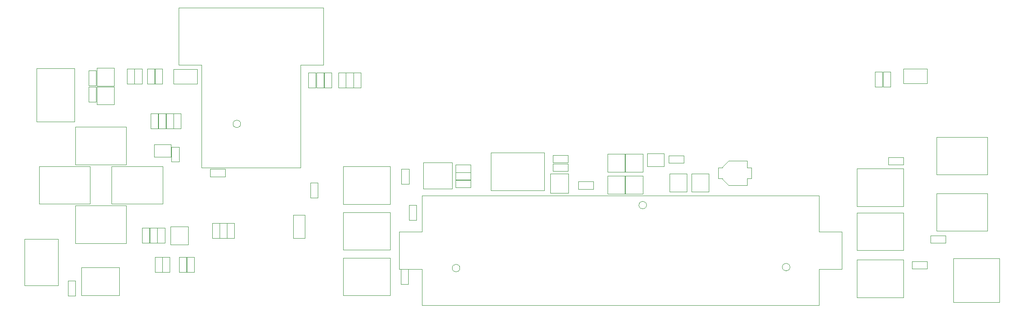
<source format=gbr>
G04 #@! TF.GenerationSoftware,KiCad,Pcbnew,(5.0.1-3-g963ef8bb5)*
G04 #@! TF.CreationDate,2019-06-17T09:36:16+02:00*
G04 #@! TF.ProjectId,cz19-badge,637A31392D62616467652E6B69636164,rev?*
G04 #@! TF.SameCoordinates,Original*
G04 #@! TF.FileFunction,Other,User*
%FSLAX46Y46*%
G04 Gerber Fmt 4.6, Leading zero omitted, Abs format (unit mm)*
G04 Created by KiCad (PCBNEW (5.0.1-3-g963ef8bb5)) date 2019 June 17, Monday 09:36:16*
%MOMM*%
%LPD*%
G01*
G04 APERTURE LIST*
%ADD10C,0.050000*%
G04 APERTURE END LIST*
D10*
G04 #@! TO.C,BT1*
X130520000Y-102440000D02*
X126050000Y-102440000D01*
X126050000Y-102440000D02*
X126050000Y-109800000D01*
X126050000Y-109800000D02*
X130520000Y-109800000D01*
X213050000Y-109800000D02*
X208580000Y-109800000D01*
X208580000Y-102440000D02*
X213050000Y-102440000D01*
X130520000Y-116950000D02*
X130520000Y-109800000D01*
X130520000Y-95290000D02*
X130520000Y-102440000D01*
X208580000Y-116950000D02*
X208580000Y-109800000D01*
X130520000Y-116950000D02*
X208580000Y-116950000D01*
X130520000Y-95290000D02*
X208580000Y-95290000D01*
X208580000Y-95290000D02*
X208580000Y-102440000D01*
X213050000Y-102440000D02*
X213050000Y-109800000D01*
G04 #@! TO.C,C6*
X188750000Y-89850000D02*
X189600000Y-89850000D01*
X188750000Y-91950000D02*
X188750000Y-89850000D01*
X189600000Y-91950000D02*
X188750000Y-91950000D01*
X189600000Y-89850000D02*
X189600000Y-89650000D01*
X189600000Y-92150000D02*
X189600000Y-91950000D01*
X189600000Y-92150000D02*
X190750000Y-93300000D01*
X189600000Y-89650000D02*
X190750000Y-88500000D01*
X190750000Y-93300000D02*
X194400000Y-93300000D01*
X190750000Y-88500000D02*
X194400000Y-88500000D01*
X194400000Y-89850000D02*
X194400000Y-88500000D01*
X195250000Y-89850000D02*
X194400000Y-89850000D01*
X195250000Y-91950000D02*
X195250000Y-89850000D01*
X194400000Y-91950000D02*
X195250000Y-91950000D01*
X194400000Y-93300000D02*
X194400000Y-91950000D01*
G04 #@! TO.C,C5*
X107470000Y-103680000D02*
X107470000Y-99120000D01*
X105230000Y-103680000D02*
X107470000Y-103680000D01*
X105230000Y-99120000D02*
X105230000Y-103680000D01*
X107470000Y-99120000D02*
X105230000Y-99120000D01*
G04 #@! TO.C,U7*
X154550000Y-86900000D02*
X154550000Y-94300000D01*
X144050000Y-86900000D02*
X144050000Y-94300000D01*
X144050000Y-94300000D02*
X154550000Y-94300000D01*
X144050000Y-86900000D02*
X154550000Y-86900000D01*
G04 #@! TO.C,SW6*
X231700000Y-102300000D02*
X231700000Y-94900000D01*
X241700000Y-102300000D02*
X231700000Y-102300000D01*
X241700000Y-94900000D02*
X241700000Y-102300000D01*
X231700000Y-94900000D02*
X241700000Y-94900000D01*
G04 #@! TO.C,SW5*
X231700000Y-91200000D02*
X231700000Y-83800000D01*
X241700000Y-91200000D02*
X231700000Y-91200000D01*
X241700000Y-83800000D02*
X241700000Y-91200000D01*
X231700000Y-83800000D02*
X241700000Y-83800000D01*
G04 #@! TO.C,SW4*
X69500000Y-96950000D02*
X69500000Y-89550000D01*
X79500000Y-96950000D02*
X69500000Y-96950000D01*
X79500000Y-89550000D02*
X79500000Y-96950000D01*
X69500000Y-89550000D02*
X79500000Y-89550000D01*
G04 #@! TO.C,SW3*
X55200000Y-96950000D02*
X55200000Y-89550000D01*
X65200000Y-96950000D02*
X55200000Y-96950000D01*
X65200000Y-89550000D02*
X65200000Y-96950000D01*
X55200000Y-89550000D02*
X65200000Y-89550000D01*
G04 #@! TO.C,SW2*
X62350000Y-104700000D02*
X62350000Y-97300000D01*
X72350000Y-104700000D02*
X62350000Y-104700000D01*
X72350000Y-97300000D02*
X72350000Y-104700000D01*
X62350000Y-97300000D02*
X72350000Y-97300000D01*
G04 #@! TO.C,SW1*
X62350000Y-89200000D02*
X62350000Y-81800000D01*
X72350000Y-89200000D02*
X62350000Y-89200000D01*
X72350000Y-81800000D02*
X72350000Y-89200000D01*
X62350000Y-81800000D02*
X72350000Y-81800000D01*
G04 #@! TO.C,J1*
X52350000Y-103860000D02*
X52350000Y-113060000D01*
X58950000Y-103860000D02*
X52350000Y-103860000D01*
X58950000Y-113060000D02*
X58950000Y-103860000D01*
X52350000Y-113060000D02*
X58950000Y-113060000D01*
G04 #@! TO.C,U8*
X62150000Y-70250000D02*
X62150000Y-80750000D01*
X54750000Y-70250000D02*
X54750000Y-80750000D01*
X62150000Y-70250000D02*
X54750000Y-70250000D01*
X62150000Y-80750000D02*
X54750000Y-80750000D01*
G04 #@! TO.C,R8*
X66430000Y-73680000D02*
X66430000Y-70720000D01*
X64970000Y-73680000D02*
X66430000Y-73680000D01*
X64970000Y-70720000D02*
X64970000Y-73680000D01*
X66430000Y-70720000D02*
X64970000Y-70720000D01*
G04 #@! TO.C,R15*
X108170000Y-74080000D02*
X109630000Y-74080000D01*
X109630000Y-74080000D02*
X109630000Y-71120000D01*
X109630000Y-71120000D02*
X108170000Y-71120000D01*
X108170000Y-71120000D02*
X108170000Y-74080000D01*
G04 #@! TO.C,R7*
X66430000Y-73870000D02*
X64970000Y-73870000D01*
X64970000Y-73870000D02*
X64970000Y-76830000D01*
X64970000Y-76830000D02*
X66430000Y-76830000D01*
X66430000Y-76830000D02*
X66430000Y-73870000D01*
G04 #@! TO.C,R16*
X82730000Y-88680000D02*
X82730000Y-85720000D01*
X81270000Y-88680000D02*
X82730000Y-88680000D01*
X81270000Y-85720000D02*
X81270000Y-88680000D01*
X82730000Y-85720000D02*
X81270000Y-85720000D01*
G04 #@! TO.C,Q1*
X66600000Y-77400000D02*
X70000000Y-77400000D01*
X70000000Y-77400000D02*
X70000000Y-73900000D01*
X70000000Y-73900000D02*
X66600000Y-73900000D01*
X66600000Y-73900000D02*
X66600000Y-77400000D01*
G04 #@! TO.C,C1*
X109720000Y-74080000D02*
X111180000Y-74080000D01*
X111180000Y-74080000D02*
X111180000Y-71120000D01*
X111180000Y-71120000D02*
X109720000Y-71120000D01*
X109720000Y-71120000D02*
X109720000Y-74080000D01*
G04 #@! TO.C,C2*
X111270000Y-71120000D02*
X111270000Y-74080000D01*
X112730000Y-71120000D02*
X111270000Y-71120000D01*
X112730000Y-74080000D02*
X112730000Y-71120000D01*
X111270000Y-74080000D02*
X112730000Y-74080000D01*
G04 #@! TO.C,Q2*
X66600000Y-70200000D02*
X66600000Y-73700000D01*
X70000000Y-70200000D02*
X66600000Y-70200000D01*
X70000000Y-73700000D02*
X70000000Y-70200000D01*
X66600000Y-73700000D02*
X70000000Y-73700000D01*
G04 #@! TO.C,Q4*
X183500000Y-91050000D02*
X183500000Y-94550000D01*
X186900000Y-91050000D02*
X183500000Y-91050000D01*
X186900000Y-94550000D02*
X186900000Y-91050000D01*
X183500000Y-94550000D02*
X186900000Y-94550000D01*
G04 #@! TO.C,Q5*
X179200000Y-94550000D02*
X182600000Y-94550000D01*
X182600000Y-94550000D02*
X182600000Y-91050000D01*
X182600000Y-91050000D02*
X179200000Y-91050000D01*
X179200000Y-91050000D02*
X179200000Y-94550000D01*
G04 #@! TO.C,Q3*
X81100000Y-104950000D02*
X84500000Y-104950000D01*
X84500000Y-104950000D02*
X84500000Y-101450000D01*
X84500000Y-101450000D02*
X81100000Y-101450000D01*
X81100000Y-101450000D02*
X81100000Y-104950000D01*
G04 #@! TO.C,Q6*
X167000000Y-87150000D02*
X167000000Y-90650000D01*
X170400000Y-87150000D02*
X167000000Y-87150000D01*
X170400000Y-90650000D02*
X170400000Y-87150000D01*
X167000000Y-90650000D02*
X170400000Y-90650000D01*
G04 #@! TO.C,R18*
X88820000Y-90120000D02*
X88820000Y-91580000D01*
X88820000Y-91580000D02*
X91780000Y-91580000D01*
X91780000Y-91580000D02*
X91780000Y-90120000D01*
X91780000Y-90120000D02*
X88820000Y-90120000D01*
G04 #@! TO.C,R22*
X179020000Y-87470000D02*
X179020000Y-88930000D01*
X179020000Y-88930000D02*
X181980000Y-88930000D01*
X181980000Y-88930000D02*
X181980000Y-87470000D01*
X181980000Y-87470000D02*
X179020000Y-87470000D01*
G04 #@! TO.C,R9*
X72470000Y-70320000D02*
X72470000Y-73280000D01*
X73930000Y-70320000D02*
X72470000Y-70320000D01*
X73930000Y-73280000D02*
X73930000Y-70320000D01*
X72470000Y-73280000D02*
X73930000Y-73280000D01*
G04 #@! TO.C,U11*
X106650000Y-89800000D02*
X106650000Y-69580000D01*
X106650000Y-89800000D02*
X87150000Y-89800000D01*
X87150000Y-69580000D02*
X87150000Y-89800000D01*
X111150000Y-58300000D02*
X82650000Y-58300000D01*
X111150000Y-58300000D02*
X111150000Y-69580000D01*
X82650000Y-58300000D02*
X82650000Y-69580000D01*
X111150000Y-69580000D02*
X106650000Y-69580000D01*
X87150000Y-69580000D02*
X82650000Y-69580000D01*
G04 #@! TO.C,C3*
X93630000Y-100720000D02*
X92170000Y-100720000D01*
X92170000Y-100720000D02*
X92170000Y-103680000D01*
X92170000Y-103680000D02*
X93630000Y-103680000D01*
X93630000Y-103680000D02*
X93630000Y-100720000D01*
G04 #@! TO.C,C4*
X140080000Y-89270000D02*
X137120000Y-89270000D01*
X140080000Y-90730000D02*
X140080000Y-89270000D01*
X137120000Y-90730000D02*
X140080000Y-90730000D01*
X137120000Y-89270000D02*
X137120000Y-90730000D01*
G04 #@! TO.C,D258*
X77930000Y-70320000D02*
X76470000Y-70320000D01*
X76470000Y-70320000D02*
X76470000Y-73280000D01*
X76470000Y-73280000D02*
X77930000Y-73280000D01*
X77930000Y-73280000D02*
X77930000Y-70320000D01*
G04 #@! TO.C,D259*
X84230000Y-107420000D02*
X82770000Y-107420000D01*
X82770000Y-107420000D02*
X82770000Y-110380000D01*
X82770000Y-110380000D02*
X84230000Y-110380000D01*
X84230000Y-110380000D02*
X84230000Y-107420000D01*
G04 #@! TO.C,D260*
X79430000Y-107420000D02*
X77970000Y-107420000D01*
X77970000Y-107420000D02*
X77970000Y-110380000D01*
X77970000Y-110380000D02*
X79430000Y-110380000D01*
X79430000Y-110380000D02*
X79430000Y-107420000D01*
G04 #@! TO.C,R10*
X79430000Y-70320000D02*
X77970000Y-70320000D01*
X77970000Y-70320000D02*
X77970000Y-73280000D01*
X77970000Y-73280000D02*
X79430000Y-73280000D01*
X79430000Y-73280000D02*
X79430000Y-70320000D01*
G04 #@! TO.C,R11*
X75470000Y-104680000D02*
X76930000Y-104680000D01*
X76930000Y-104680000D02*
X76930000Y-101720000D01*
X76930000Y-101720000D02*
X75470000Y-101720000D01*
X75470000Y-101720000D02*
X75470000Y-104680000D01*
G04 #@! TO.C,R12*
X84270000Y-107420000D02*
X84270000Y-110380000D01*
X85730000Y-107420000D02*
X84270000Y-107420000D01*
X85730000Y-110380000D02*
X85730000Y-107420000D01*
X84270000Y-110380000D02*
X85730000Y-110380000D01*
G04 #@! TO.C,R13*
X79470000Y-110380000D02*
X80930000Y-110380000D01*
X80930000Y-110380000D02*
X80930000Y-107420000D01*
X80930000Y-107420000D02*
X79470000Y-107420000D01*
X79470000Y-107420000D02*
X79470000Y-110380000D01*
G04 #@! TO.C,R14*
X62330000Y-115080000D02*
X62330000Y-112120000D01*
X60870000Y-115080000D02*
X62330000Y-115080000D01*
X60870000Y-112120000D02*
X60870000Y-115080000D01*
X62330000Y-112120000D02*
X60870000Y-112120000D01*
G04 #@! TO.C,R25*
X83130000Y-79120000D02*
X81670000Y-79120000D01*
X81670000Y-79120000D02*
X81670000Y-82080000D01*
X81670000Y-82080000D02*
X83130000Y-82080000D01*
X83130000Y-82080000D02*
X83130000Y-79120000D01*
G04 #@! TO.C,R26*
X81630000Y-79120000D02*
X80170000Y-79120000D01*
X80170000Y-79120000D02*
X80170000Y-82080000D01*
X80170000Y-82080000D02*
X81630000Y-82080000D01*
X81630000Y-82080000D02*
X81630000Y-79120000D01*
G04 #@! TO.C,R24*
X76970000Y-101720000D02*
X76970000Y-104680000D01*
X78430000Y-101720000D02*
X76970000Y-101720000D01*
X78430000Y-104680000D02*
X78430000Y-101720000D01*
X76970000Y-104680000D02*
X78430000Y-104680000D01*
G04 #@! TO.C,R27*
X78630000Y-82080000D02*
X78630000Y-79120000D01*
X77170000Y-82080000D02*
X78630000Y-82080000D01*
X77170000Y-79120000D02*
X77170000Y-82080000D01*
X78630000Y-79120000D02*
X77170000Y-79120000D01*
G04 #@! TO.C,R28*
X80130000Y-79120000D02*
X78670000Y-79120000D01*
X78670000Y-79120000D02*
X78670000Y-82080000D01*
X78670000Y-82080000D02*
X80130000Y-82080000D01*
X80130000Y-82080000D02*
X80130000Y-79120000D01*
G04 #@! TO.C,R17*
X219570000Y-70920000D02*
X219570000Y-73880000D01*
X221030000Y-70920000D02*
X219570000Y-70920000D01*
X221030000Y-73880000D02*
X221030000Y-70920000D01*
X219570000Y-73880000D02*
X221030000Y-73880000D01*
G04 #@! TO.C,R19*
X221170000Y-73880000D02*
X222630000Y-73880000D01*
X222630000Y-73880000D02*
X222630000Y-70920000D01*
X222630000Y-70920000D02*
X221170000Y-70920000D01*
X221170000Y-70920000D02*
X221170000Y-73880000D01*
G04 #@! TO.C,R29*
X90730000Y-100720000D02*
X89270000Y-100720000D01*
X89270000Y-100720000D02*
X89270000Y-103680000D01*
X89270000Y-103680000D02*
X90730000Y-103680000D01*
X90730000Y-103680000D02*
X90730000Y-100720000D01*
G04 #@! TO.C,R30*
X140095001Y-92274999D02*
X137135001Y-92274999D01*
X140095001Y-93734999D02*
X140095001Y-92274999D01*
X137135001Y-93734999D02*
X140095001Y-93734999D01*
X137135001Y-92274999D02*
X137135001Y-93734999D01*
G04 #@! TO.C,R31*
X90670000Y-100720000D02*
X90670000Y-103680000D01*
X92130000Y-100720000D02*
X90670000Y-100720000D01*
X92130000Y-103680000D02*
X92130000Y-100720000D01*
X90670000Y-103680000D02*
X92130000Y-103680000D01*
G04 #@! TO.C,R32*
X140080000Y-92230000D02*
X140080000Y-90770000D01*
X140080000Y-90770000D02*
X137120000Y-90770000D01*
X137120000Y-90770000D02*
X137120000Y-92230000D01*
X137120000Y-92230000D02*
X140080000Y-92230000D01*
G04 #@! TO.C,U9*
X63500000Y-115000000D02*
X63500000Y-109500000D01*
X71000000Y-115000000D02*
X71000000Y-109500000D01*
X63500000Y-115000000D02*
X71000000Y-115000000D01*
X63500000Y-109500000D02*
X71000000Y-109500000D01*
G04 #@! TO.C,D257*
X75430000Y-70320000D02*
X73970000Y-70320000D01*
X73970000Y-70320000D02*
X73970000Y-73280000D01*
X73970000Y-73280000D02*
X75430000Y-73280000D01*
X75430000Y-73280000D02*
X75430000Y-70320000D01*
G04 #@! TO.C,J3*
X86350000Y-73350000D02*
X86350000Y-70450000D01*
X81650000Y-73350000D02*
X86350000Y-73350000D01*
X81650000Y-70450000D02*
X81650000Y-73350000D01*
X86350000Y-70450000D02*
X81650000Y-70450000D01*
G04 #@! TO.C,J4*
X229850000Y-73250000D02*
X229850000Y-70350000D01*
X225150000Y-73250000D02*
X229850000Y-73250000D01*
X225150000Y-70350000D02*
X225150000Y-73250000D01*
X229850000Y-70350000D02*
X225150000Y-70350000D01*
G04 #@! TO.C,R1*
X126370000Y-112780000D02*
X127830000Y-112780000D01*
X127830000Y-112780000D02*
X127830000Y-109820000D01*
X127830000Y-109820000D02*
X126370000Y-109820000D01*
X126370000Y-109820000D02*
X126370000Y-112780000D01*
G04 #@! TO.C,R2*
X129430000Y-97220000D02*
X127970000Y-97220000D01*
X127970000Y-97220000D02*
X127970000Y-100180000D01*
X127970000Y-100180000D02*
X129430000Y-100180000D01*
X129430000Y-100180000D02*
X129430000Y-97220000D01*
G04 #@! TO.C,R3*
X127940567Y-93005001D02*
X127940567Y-90045001D01*
X126480567Y-93005001D02*
X127940567Y-93005001D01*
X126480567Y-90045001D02*
X126480567Y-93005001D01*
X127940567Y-90045001D02*
X126480567Y-90045001D01*
G04 #@! TO.C,R4*
X229780000Y-109730000D02*
X229780000Y-108270000D01*
X229780000Y-108270000D02*
X226820000Y-108270000D01*
X226820000Y-108270000D02*
X226820000Y-109730000D01*
X226820000Y-109730000D02*
X229780000Y-109730000D01*
G04 #@! TO.C,R5*
X230520000Y-104630000D02*
X233480000Y-104630000D01*
X230520000Y-103170000D02*
X230520000Y-104630000D01*
X233480000Y-103170000D02*
X230520000Y-103170000D01*
X233480000Y-104630000D02*
X233480000Y-103170000D01*
G04 #@! TO.C,R6*
X225180000Y-89230000D02*
X225180000Y-87770000D01*
X225180000Y-87770000D02*
X222220000Y-87770000D01*
X222220000Y-87770000D02*
X222220000Y-89230000D01*
X222220000Y-89230000D02*
X225180000Y-89230000D01*
G04 #@! TO.C,R20*
X118510567Y-74045001D02*
X118510567Y-71085001D01*
X117050567Y-74045001D02*
X118510567Y-74045001D01*
X117050567Y-71085001D02*
X117050567Y-74045001D01*
X118510567Y-71085001D02*
X117050567Y-71085001D01*
G04 #@! TO.C,R21*
X117000567Y-71085001D02*
X115540567Y-71085001D01*
X115540567Y-71085001D02*
X115540567Y-74045001D01*
X115540567Y-74045001D02*
X117000567Y-74045001D01*
X117000567Y-74045001D02*
X117000567Y-71085001D01*
G04 #@! TO.C,R23*
X115530000Y-74080000D02*
X115530000Y-71120000D01*
X114070000Y-74080000D02*
X115530000Y-74080000D01*
X114070000Y-71120000D02*
X114070000Y-74080000D01*
X115530000Y-71120000D02*
X114070000Y-71120000D01*
G04 #@! TO.C,U1*
X115000000Y-115010000D02*
X115000000Y-107600000D01*
X124200000Y-115010000D02*
X124200000Y-107600000D01*
X124200000Y-107600000D02*
X115000000Y-107600000D01*
X124200000Y-115010000D02*
X115000000Y-115010000D01*
G04 #@! TO.C,U2*
X124200000Y-106010000D02*
X115000000Y-106010000D01*
X124200000Y-98600000D02*
X115000000Y-98600000D01*
X124200000Y-106010000D02*
X124200000Y-98600000D01*
X115000000Y-106010000D02*
X115000000Y-98600000D01*
G04 #@! TO.C,U3*
X115000000Y-97010000D02*
X115000000Y-89600000D01*
X124200000Y-97010000D02*
X124200000Y-89600000D01*
X124200000Y-89600000D02*
X115000000Y-89600000D01*
X124200000Y-97010000D02*
X115000000Y-97010000D01*
G04 #@! TO.C,U4*
X225200000Y-115362894D02*
X216000000Y-115362894D01*
X225200000Y-107952894D02*
X216000000Y-107952894D01*
X225200000Y-115362894D02*
X225200000Y-107952894D01*
X216000000Y-115362894D02*
X216000000Y-107952894D01*
G04 #@! TO.C,U5*
X216000000Y-106110000D02*
X216000000Y-98700000D01*
X225200000Y-106110000D02*
X225200000Y-98700000D01*
X225200000Y-98700000D02*
X216000000Y-98700000D01*
X225200000Y-106110000D02*
X216000000Y-106110000D01*
G04 #@! TO.C,U6*
X225200000Y-97410000D02*
X216000000Y-97410000D01*
X225200000Y-90000000D02*
X216000000Y-90000000D01*
X225200000Y-97410000D02*
X225200000Y-90000000D01*
X216000000Y-97410000D02*
X216000000Y-90000000D01*
G04 #@! TO.C,U10*
X136430000Y-93950000D02*
X136430000Y-88850000D01*
X136430000Y-93950000D02*
X130720000Y-93950000D01*
X130720000Y-88850000D02*
X136430000Y-88850000D01*
X130720000Y-88850000D02*
X130720000Y-93950000D01*
G04 #@! TO.C,R33*
X108570000Y-95780000D02*
X110030000Y-95780000D01*
X110030000Y-95780000D02*
X110030000Y-92820000D01*
X110030000Y-92820000D02*
X108570000Y-92820000D01*
X108570000Y-92820000D02*
X108570000Y-95780000D01*
G04 #@! TO.C,J2*
X244050000Y-107650000D02*
X235000000Y-107650000D01*
X235000000Y-107650000D02*
X235000000Y-116300000D01*
X235000000Y-116300000D02*
X244050000Y-116300000D01*
X244050000Y-116300000D02*
X244050000Y-107650000D01*
G04 #@! TO.C,FID1*
X174650000Y-97200000D02*
G75*
G03X174650000Y-97200000I-750000J0D01*
G01*
G04 #@! TO.C,FID2*
X137950000Y-109600000D02*
G75*
G03X137950000Y-109600000I-750000J0D01*
G01*
G04 #@! TO.C,FID3*
X202850000Y-109400000D02*
G75*
G03X202850000Y-109400000I-750000J0D01*
G01*
G04 #@! TO.C,FID4*
X94850000Y-81200000D02*
G75*
G03X94850000Y-81200000I-750000J0D01*
G01*
G04 #@! TO.C,R34*
X79930000Y-101720000D02*
X78470000Y-101720000D01*
X78470000Y-101720000D02*
X78470000Y-104680000D01*
X78470000Y-104680000D02*
X79930000Y-104680000D01*
X79930000Y-104680000D02*
X79930000Y-101720000D01*
G04 #@! TO.C,C7*
X156220000Y-89070000D02*
X156220000Y-90530000D01*
X156220000Y-90530000D02*
X159180000Y-90530000D01*
X159180000Y-90530000D02*
X159180000Y-89070000D01*
X159180000Y-89070000D02*
X156220000Y-89070000D01*
G04 #@! TO.C,Q7*
X173900000Y-87150000D02*
X170500000Y-87150000D01*
X170500000Y-87150000D02*
X170500000Y-90650000D01*
X170500000Y-90650000D02*
X173900000Y-90650000D01*
X173900000Y-90650000D02*
X173900000Y-87150000D01*
G04 #@! TO.C,Q8*
X167000000Y-91450000D02*
X167000000Y-94950000D01*
X170400000Y-91450000D02*
X167000000Y-91450000D01*
X170400000Y-94950000D02*
X170400000Y-91450000D01*
X167000000Y-94950000D02*
X170400000Y-94950000D01*
G04 #@! TO.C,Q9*
X173900000Y-91450000D02*
X170500000Y-91450000D01*
X170500000Y-91450000D02*
X170500000Y-94950000D01*
X170500000Y-94950000D02*
X173900000Y-94950000D01*
X173900000Y-94950000D02*
X173900000Y-91450000D01*
G04 #@! TO.C,R35*
X159180000Y-87370000D02*
X156220000Y-87370000D01*
X159180000Y-88830000D02*
X159180000Y-87370000D01*
X156220000Y-88830000D02*
X159180000Y-88830000D01*
X156220000Y-87370000D02*
X156220000Y-88830000D01*
G04 #@! TO.C,R36*
X164180000Y-94030000D02*
X164180000Y-92570000D01*
X164180000Y-92570000D02*
X161220000Y-92570000D01*
X161220000Y-92570000D02*
X161220000Y-94030000D01*
X161220000Y-94030000D02*
X164180000Y-94030000D01*
G04 #@! TO.C,U12*
X159300000Y-91000000D02*
X159300000Y-94800000D01*
X155700000Y-91000000D02*
X159300000Y-91000000D01*
X155700000Y-94800000D02*
X155700000Y-91000000D01*
X159300000Y-94800000D02*
X155700000Y-94800000D01*
G04 #@! TO.C,JP1*
X178050000Y-87050000D02*
X174750000Y-87050000D01*
X178050000Y-87050000D02*
X178050000Y-89550000D01*
X174750000Y-89550000D02*
X174750000Y-87050000D01*
X174750000Y-89550000D02*
X178050000Y-89550000D01*
G04 #@! TO.C,JP2*
X77850000Y-87750000D02*
X81150000Y-87750000D01*
X77850000Y-87750000D02*
X77850000Y-85250000D01*
X81150000Y-85250000D02*
X81150000Y-87750000D01*
X81150000Y-85250000D02*
X77850000Y-85250000D01*
G04 #@! TD*
M02*

</source>
